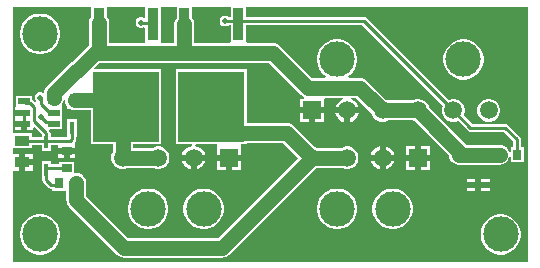
<source format=gtl>
G04*
G04 #@! TF.GenerationSoftware,Altium Limited,Altium Designer,21.9.2 (33)*
G04*
G04 Layer_Physical_Order=1*
G04 Layer_Color=255*
%FSLAX25Y25*%
%MOIN*%
G70*
G04*
G04 #@! TF.SameCoordinates,6F936C73-BDDA-4E7B-AE90-99827B4021A3*
G04*
G04*
G04 #@! TF.FilePolarity,Positive*
G04*
G01*
G75*
%ADD13R,0.21900X0.23500*%
%ADD14R,0.03700X0.10800*%
%ADD15R,0.03543X0.02756*%
%ADD16R,0.01578X0.04375*%
%ADD17R,0.02756X0.03543*%
%ADD18R,0.03962X0.02000*%
%ADD19R,0.04921X0.03369*%
%ADD20R,0.05700X0.02200*%
%ADD28C,0.05000*%
%ADD29C,0.01000*%
%ADD30C,0.11811*%
%ADD31C,0.05984*%
%ADD32R,0.05984X0.05984*%
%ADD33C,0.01968*%
G36*
X73350Y82326D02*
X72698D01*
X72511Y82513D01*
X71855Y82784D01*
X71145D01*
X70489Y82513D01*
X69987Y82011D01*
X69716Y81355D01*
Y80645D01*
X69987Y79989D01*
X70489Y79487D01*
X71145Y79216D01*
X71855D01*
X72511Y79487D01*
X72698Y79675D01*
X73350D01*
Y73905D01*
X72944Y73678D01*
X61329D01*
Y80105D01*
X61215Y80967D01*
X60883Y81769D01*
X60650Y82072D01*
Y85811D01*
X73350D01*
Y82326D01*
D02*
G37*
G36*
X44850Y82372D02*
X44769Y82287D01*
X44350Y82079D01*
X43855Y82284D01*
X43145D01*
X42489Y82013D01*
X41987Y81511D01*
X41716Y80855D01*
Y80145D01*
X41987Y79489D01*
X42489Y78987D01*
X43145Y78716D01*
X43855D01*
X44350Y78921D01*
X44769Y78713D01*
X44850Y78628D01*
Y73905D01*
X44444Y73678D01*
X32829D01*
Y80500D01*
X32715Y81362D01*
X32383Y82164D01*
X32150Y82467D01*
Y85811D01*
X44850D01*
Y82372D01*
D02*
G37*
G36*
X55350Y82072D02*
X55117Y81769D01*
X54785Y80967D01*
X54672Y80105D01*
Y73678D01*
X50556D01*
X50150Y73905D01*
Y85811D01*
X55350D01*
Y82072D01*
D02*
G37*
G36*
X26850Y82467D02*
X26618Y82164D01*
X26285Y81362D01*
X26171Y80500D01*
Y73113D01*
X20432Y67373D01*
X20183Y67270D01*
X19493Y66741D01*
X12146Y59394D01*
X11617Y58705D01*
X11480Y58372D01*
X11285Y57902D01*
X11224Y57441D01*
X10681Y57144D01*
X10343Y57284D01*
X9633D01*
X8978Y57013D01*
X8476Y56511D01*
X8204Y55855D01*
Y55145D01*
X8476Y54489D01*
X8651Y54313D01*
X8616Y54086D01*
X8083Y53911D01*
X7317Y54677D01*
X7299Y54690D01*
Y56040D01*
X1737D01*
Y52500D01*
X1537D01*
Y51500D01*
X4518D01*
Y49500D01*
X1537D01*
Y48500D01*
Y47760D01*
X4518D01*
Y46760D01*
X5518D01*
Y44760D01*
X7499D01*
Y45473D01*
X7961Y45665D01*
X10411Y43214D01*
Y42226D01*
X7198D01*
Y43637D01*
X803D01*
Y85811D01*
X26850D01*
Y82467D01*
D02*
G37*
G36*
X144176Y52769D02*
X144104Y52645D01*
X143846Y51680D01*
Y50682D01*
X144104Y49717D01*
X144603Y48853D01*
X145309Y48147D01*
X146174Y47647D01*
X147139Y47389D01*
X148137D01*
X149101Y47647D01*
X149225Y47719D01*
X152382Y44563D01*
X152812Y44275D01*
X153319Y44175D01*
X164451D01*
X167627Y40998D01*
Y39072D01*
X166775D01*
Y37299D01*
X166275Y37266D01*
X166262Y37361D01*
X165930Y38164D01*
X165401Y38854D01*
X165225Y38988D01*
Y39072D01*
X165117D01*
X164711Y39382D01*
X163909Y39715D01*
X163047Y39829D01*
X151879D01*
X151854Y39862D01*
X139467Y52248D01*
X139360Y52645D01*
X138861Y53509D01*
X138155Y54216D01*
X137291Y54715D01*
X136326Y54973D01*
X135327D01*
X134363Y54715D01*
X134008Y54510D01*
X125835D01*
X125479Y54715D01*
X125083Y54821D01*
X118767Y61137D01*
X118078Y61666D01*
X117745Y61804D01*
X117275Y61998D01*
X116413Y62112D01*
X112733D01*
X112581Y62612D01*
X113133Y62981D01*
X114067Y63914D01*
X114801Y65013D01*
X115306Y66233D01*
X115564Y67528D01*
Y68849D01*
X115306Y70145D01*
X114801Y71365D01*
X114067Y72464D01*
X113133Y73397D01*
X112035Y74131D01*
X110814Y74637D01*
X109519Y74894D01*
X108198D01*
X106902Y74637D01*
X105682Y74131D01*
X104584Y73397D01*
X103650Y72464D01*
X102916Y71365D01*
X102410Y70145D01*
X102153Y68849D01*
Y67528D01*
X102410Y66233D01*
X102916Y65013D01*
X103650Y63914D01*
X104584Y62981D01*
X105135Y62612D01*
X104984Y62112D01*
X100445D01*
X89854Y72704D01*
X89164Y73233D01*
X88832Y73370D01*
X88362Y73565D01*
X87500Y73678D01*
X79056D01*
X78650Y73905D01*
Y79675D01*
X117270D01*
X144176Y52769D01*
D02*
G37*
G36*
X172426Y803D02*
X803D01*
Y31163D01*
X2937D01*
Y33847D01*
Y36531D01*
X803D01*
Y38669D01*
X7198D01*
Y39575D01*
X10411D01*
Y37540D01*
X13589D01*
Y39660D01*
X15957D01*
Y38783D01*
X21500D01*
Y40161D01*
X21500Y40161D01*
X21456Y40661D01*
X21725Y41064D01*
X21825Y41571D01*
Y42485D01*
X22061D01*
Y48460D01*
X18883D01*
Y42485D01*
X18456Y42311D01*
X13589D01*
Y43515D01*
X13263D01*
Y43563D01*
X13162Y44070D01*
X12901Y44460D01*
X12957Y44699D01*
X13065Y44960D01*
X17161D01*
Y48200D01*
X17161Y48560D01*
X17161D01*
Y48700D01*
X17161D01*
Y52300D01*
X17161Y52300D01*
Y52440D01*
X17161D01*
X17161Y52800D01*
Y53547D01*
X17383Y53836D01*
X17684Y54563D01*
X18171Y54527D01*
X18285Y53666D01*
X18617Y52863D01*
X18883Y52517D01*
Y51540D01*
X20089D01*
X20639Y51313D01*
X21500Y51199D01*
X26750D01*
Y39905D01*
X34073D01*
Y37252D01*
X33868Y36897D01*
X33610Y35932D01*
Y34934D01*
X33868Y33969D01*
X34367Y33105D01*
X35073Y32399D01*
X35938Y31899D01*
X36902Y31641D01*
X37901D01*
X38865Y31899D01*
X39221Y32105D01*
X47394D01*
X47749Y31899D01*
X48713Y31641D01*
X49712D01*
X50676Y31899D01*
X51541Y32399D01*
X52247Y33105D01*
X52746Y33969D01*
X53005Y34934D01*
Y35932D01*
X52746Y36897D01*
X52247Y37762D01*
X51541Y38467D01*
X50676Y38967D01*
X49712Y39225D01*
X48713D01*
X47749Y38967D01*
X47394Y38761D01*
X40730D01*
Y39905D01*
X50250D01*
Y65005D01*
X28131D01*
X27940Y65467D01*
X29494Y67022D01*
X86121D01*
X96713Y56430D01*
X97402Y55901D01*
X97952Y55673D01*
X97852Y55173D01*
X96402D01*
Y52181D01*
X100394D01*
X104386D01*
Y54955D01*
X104386Y55173D01*
X104769Y55455D01*
X110799D01*
X110865Y54955D01*
X110664Y54901D01*
X109754Y54376D01*
X109010Y53632D01*
X108485Y52722D01*
X108340Y52181D01*
X112205D01*
X116070D01*
X115925Y52722D01*
X115399Y53632D01*
X114656Y54376D01*
X113746Y54901D01*
X113545Y54955D01*
X113611Y55455D01*
X115035D01*
X120376Y50114D01*
X120482Y49717D01*
X120981Y48853D01*
X121687Y48147D01*
X122552Y47647D01*
X123516Y47389D01*
X124515D01*
X125479Y47647D01*
X125835Y47853D01*
X134008D01*
X134363Y47647D01*
X134759Y47541D01*
X146228Y36073D01*
X146285Y35638D01*
X146617Y34836D01*
X147146Y34146D01*
X147836Y33617D01*
X148638Y33285D01*
X149500Y33171D01*
X163047D01*
X163909Y33285D01*
X164711Y33617D01*
X165117Y33928D01*
X165225D01*
Y34012D01*
X165401Y34146D01*
X165930Y34836D01*
X166262Y35638D01*
X166275Y35734D01*
X166775Y35701D01*
Y33928D01*
X171131D01*
Y39072D01*
X170278D01*
Y41547D01*
X170177Y42055D01*
X169890Y42485D01*
X165937Y46437D01*
X165507Y46725D01*
X165000Y46826D01*
X153868D01*
X151100Y49593D01*
X151172Y49717D01*
X151430Y50682D01*
Y51680D01*
X151172Y52645D01*
X150672Y53509D01*
X149966Y54216D01*
X149101Y54715D01*
X148137Y54973D01*
X147139D01*
X146174Y54715D01*
X146050Y54643D01*
X118756Y81937D01*
X118326Y82225D01*
X117819Y82326D01*
X78650D01*
Y85811D01*
X172426D01*
Y803D01*
D02*
G37*
%LPC*%
G36*
X10503Y83477D02*
X9182D01*
X7887Y83219D01*
X6666Y82714D01*
X5568Y81980D01*
X4634Y81046D01*
X3900Y79948D01*
X3395Y78728D01*
X3137Y77432D01*
Y76111D01*
X3395Y74816D01*
X3900Y73595D01*
X4634Y72497D01*
X5568Y71563D01*
X6666Y70829D01*
X7887Y70324D01*
X9182Y70066D01*
X10503D01*
X11798Y70324D01*
X13019Y70829D01*
X14117Y71563D01*
X15051Y72497D01*
X15785Y73595D01*
X16290Y74816D01*
X16548Y76111D01*
Y77432D01*
X16290Y78728D01*
X15785Y79948D01*
X15051Y81046D01*
X14117Y81980D01*
X13019Y82714D01*
X11798Y83219D01*
X10503Y83477D01*
D02*
G37*
G36*
X3518Y45760D02*
X1537D01*
Y44760D01*
X3518D01*
Y45760D01*
D02*
G37*
G36*
X151645Y74894D02*
X150324D01*
X149028Y74637D01*
X147808Y74131D01*
X146710Y73397D01*
X145776Y72464D01*
X145042Y71365D01*
X144536Y70145D01*
X144279Y68849D01*
Y67528D01*
X144536Y66233D01*
X145042Y65013D01*
X145776Y63914D01*
X146710Y62981D01*
X147808Y62247D01*
X149028Y61741D01*
X150324Y61484D01*
X151645D01*
X152940Y61741D01*
X154160Y62247D01*
X155259Y62981D01*
X156193Y63914D01*
X156927Y65013D01*
X157432Y66233D01*
X157690Y67528D01*
Y68849D01*
X157432Y70145D01*
X156927Y71365D01*
X156193Y72464D01*
X155259Y73397D01*
X154160Y74131D01*
X152940Y74637D01*
X151645Y74894D01*
D02*
G37*
G36*
X159948Y54973D02*
X158950D01*
X157985Y54715D01*
X157120Y54216D01*
X156414Y53509D01*
X155915Y52645D01*
X155657Y51680D01*
Y50682D01*
X155915Y49717D01*
X156414Y48853D01*
X157120Y48147D01*
X157985Y47647D01*
X158950Y47389D01*
X159948D01*
X160913Y47647D01*
X161777Y48147D01*
X162483Y48853D01*
X162982Y49717D01*
X163241Y50682D01*
Y51680D01*
X162982Y52645D01*
X162483Y53509D01*
X161777Y54216D01*
X160913Y54715D01*
X159948Y54973D01*
D02*
G37*
G36*
X116070Y50181D02*
X113205D01*
Y47316D01*
X113746Y47461D01*
X114656Y47987D01*
X115399Y48730D01*
X115925Y49640D01*
X116070Y50181D01*
D02*
G37*
G36*
X111205D02*
X108340D01*
X108485Y49640D01*
X109010Y48730D01*
X109754Y47987D01*
X110664Y47461D01*
X111205Y47316D01*
Y50181D01*
D02*
G37*
G36*
X104386D02*
X101394D01*
Y47189D01*
X104386D01*
Y50181D01*
D02*
G37*
G36*
X99394D02*
X96402D01*
Y47189D01*
X99394D01*
Y50181D01*
D02*
G37*
G36*
X139819Y39425D02*
X136827D01*
Y36433D01*
X139819D01*
Y39425D01*
D02*
G37*
G36*
X134827D02*
X131835D01*
Y36433D01*
X134827D01*
Y39425D01*
D02*
G37*
G36*
X125016Y39298D02*
Y36433D01*
X127881D01*
X127736Y36974D01*
X127210Y37884D01*
X126467Y38628D01*
X125557Y39153D01*
X125016Y39298D01*
D02*
G37*
G36*
X123016D02*
X122475Y39153D01*
X121564Y38628D01*
X120821Y37884D01*
X120296Y36974D01*
X120151Y36433D01*
X123016D01*
Y39298D01*
D02*
G37*
G36*
X21500Y36783D02*
X19728D01*
Y35405D01*
X21500D01*
Y36783D01*
D02*
G37*
G36*
X17728D02*
X15957D01*
Y35405D01*
X17728D01*
Y36783D01*
D02*
G37*
G36*
X7398Y36531D02*
X4937D01*
Y34847D01*
X7398D01*
Y36531D01*
D02*
G37*
G36*
X127881Y34433D02*
X125016D01*
Y31568D01*
X125557Y31713D01*
X126467Y32239D01*
X127210Y32982D01*
X127736Y33892D01*
X127881Y34433D01*
D02*
G37*
G36*
X123016D02*
X120151D01*
X120296Y33892D01*
X120821Y32982D01*
X121564Y32239D01*
X122475Y31713D01*
X123016Y31568D01*
Y34433D01*
D02*
G37*
G36*
X64889D02*
X62024D01*
Y31568D01*
X62564Y31713D01*
X63475Y32239D01*
X64218Y32982D01*
X64744Y33892D01*
X64889Y34433D01*
D02*
G37*
G36*
X60024D02*
X57159D01*
X57304Y33892D01*
X57829Y32982D01*
X58572Y32239D01*
X59483Y31713D01*
X60024Y31568D01*
Y34433D01*
D02*
G37*
G36*
X139819D02*
X136827D01*
Y31441D01*
X139819D01*
Y34433D01*
D02*
G37*
G36*
X134827D02*
X131835D01*
Y31441D01*
X134827D01*
Y34433D01*
D02*
G37*
G36*
X76827D02*
X73835D01*
Y31441D01*
X76827D01*
Y34433D01*
D02*
G37*
G36*
X71835D02*
X68843D01*
Y31441D01*
X71835D01*
Y34433D01*
D02*
G37*
G36*
X7398Y32847D02*
X4937D01*
Y31163D01*
X7398D01*
Y32847D01*
D02*
G37*
G36*
X159850Y28450D02*
X157000D01*
Y27350D01*
X159850D01*
Y28450D01*
D02*
G37*
G36*
X155000D02*
X152150D01*
Y27350D01*
X155000D01*
Y28450D01*
D02*
G37*
G36*
X159850Y25350D02*
X157000D01*
Y24250D01*
X159850D01*
Y25350D01*
D02*
G37*
G36*
X155000D02*
X152150D01*
Y24250D01*
X155000D01*
Y25350D01*
D02*
G37*
G36*
X128023Y25131D02*
X126702D01*
X125406Y24873D01*
X124186Y24367D01*
X123088Y23634D01*
X122154Y22700D01*
X121420Y21601D01*
X120914Y20381D01*
X120657Y19086D01*
Y17765D01*
X120914Y16469D01*
X121420Y15249D01*
X122154Y14151D01*
X123088Y13217D01*
X124186Y12483D01*
X125406Y11977D01*
X126702Y11720D01*
X128023D01*
X129318Y11977D01*
X130538Y12483D01*
X131637Y13217D01*
X132571Y14151D01*
X133305Y15249D01*
X133810Y16469D01*
X134068Y17765D01*
Y19086D01*
X133810Y20381D01*
X133305Y21601D01*
X132571Y22700D01*
X131637Y23634D01*
X130538Y24367D01*
X129318Y24873D01*
X128023Y25131D01*
D02*
G37*
G36*
X109519D02*
X108198D01*
X106902Y24873D01*
X105682Y24367D01*
X104584Y23634D01*
X103650Y22700D01*
X102916Y21601D01*
X102410Y20381D01*
X102153Y19086D01*
Y17765D01*
X102410Y16469D01*
X102916Y15249D01*
X103650Y14151D01*
X104584Y13217D01*
X105682Y12483D01*
X106902Y11977D01*
X108198Y11720D01*
X109519D01*
X110814Y11977D01*
X112034Y12483D01*
X113133Y13217D01*
X114067Y14151D01*
X114801Y15249D01*
X115306Y16469D01*
X115564Y17765D01*
Y19086D01*
X115306Y20381D01*
X114801Y21601D01*
X114067Y22700D01*
X113133Y23634D01*
X112034Y24367D01*
X110814Y24873D01*
X109519Y25131D01*
D02*
G37*
G36*
X65030D02*
X63710D01*
X62414Y24873D01*
X61194Y24367D01*
X60096Y23634D01*
X59162Y22700D01*
X58428Y21601D01*
X57922Y20381D01*
X57665Y19086D01*
Y17765D01*
X57922Y16469D01*
X58428Y15249D01*
X59162Y14151D01*
X60096Y13217D01*
X61194Y12483D01*
X62414Y11977D01*
X63710Y11720D01*
X65030D01*
X66326Y11977D01*
X67546Y12483D01*
X68645Y13217D01*
X69579Y14151D01*
X70312Y15249D01*
X70818Y16469D01*
X71076Y17765D01*
Y19086D01*
X70818Y20381D01*
X70312Y21601D01*
X69579Y22700D01*
X68645Y23634D01*
X67546Y24367D01*
X66326Y24873D01*
X65030Y25131D01*
D02*
G37*
G36*
X46527D02*
X45206D01*
X43910Y24873D01*
X42690Y24367D01*
X41592Y23634D01*
X40658Y22700D01*
X39924Y21601D01*
X39418Y20381D01*
X39161Y19086D01*
Y17765D01*
X39418Y16469D01*
X39924Y15249D01*
X40658Y14151D01*
X41592Y13217D01*
X42690Y12483D01*
X43910Y11977D01*
X45206Y11720D01*
X46527D01*
X47822Y11977D01*
X49042Y12483D01*
X50141Y13217D01*
X51075Y14151D01*
X51809Y15249D01*
X52314Y16469D01*
X52572Y17765D01*
Y19086D01*
X52314Y20381D01*
X51809Y21601D01*
X51075Y22700D01*
X50141Y23634D01*
X49042Y24367D01*
X47822Y24873D01*
X46527Y25131D01*
D02*
G37*
G36*
X78750Y65005D02*
X55250D01*
Y39905D01*
X60357D01*
X60423Y39405D01*
X59483Y39153D01*
X58572Y38628D01*
X57829Y37884D01*
X57304Y36974D01*
X57159Y36433D01*
X64889D01*
X64744Y36974D01*
X64218Y37884D01*
X63475Y38628D01*
X62564Y39153D01*
X61624Y39405D01*
X61690Y39905D01*
X68794D01*
X68843Y39425D01*
X68843Y39405D01*
Y36433D01*
X76827D01*
Y39405D01*
X76827Y39425D01*
X76875Y39905D01*
X78750D01*
Y40321D01*
X90798D01*
X95687Y35433D01*
X69082Y8828D01*
X39262D01*
X25281Y22809D01*
Y27000D01*
X25168Y27861D01*
X24835Y28664D01*
X24306Y29354D01*
X24131Y29488D01*
Y29572D01*
X24022D01*
X23617Y29883D01*
X22814Y30215D01*
X21953Y30329D01*
X21676Y30292D01*
X21300Y30622D01*
Y34056D01*
X16157D01*
Y33203D01*
X13589D01*
Y34460D01*
X10411D01*
Y28485D01*
X10674D01*
Y28000D01*
X10775Y27493D01*
X11063Y27063D01*
X12563Y25563D01*
X12993Y25275D01*
X13500Y25174D01*
X13869D01*
Y24428D01*
X18225D01*
X18624Y24185D01*
Y21430D01*
X18738Y20569D01*
X18933Y20099D01*
X19070Y19766D01*
X19599Y19077D01*
X35530Y3146D01*
X36219Y2617D01*
X37022Y2285D01*
X37883Y2172D01*
X70461D01*
X71322Y2285D01*
X71792Y2480D01*
X72125Y2617D01*
X72814Y3146D01*
X101461Y31793D01*
X101857Y31899D01*
X102213Y32105D01*
X110386D01*
X110741Y31899D01*
X111706Y31641D01*
X112704D01*
X113668Y31899D01*
X114533Y32399D01*
X115239Y33105D01*
X115738Y33969D01*
X115997Y34934D01*
Y35932D01*
X115738Y36897D01*
X115239Y37762D01*
X114533Y38467D01*
X113668Y38967D01*
X112704Y39225D01*
X111706D01*
X110741Y38967D01*
X110386Y38761D01*
X102213D01*
X101857Y38967D01*
X101461Y39073D01*
X94530Y46004D01*
X93841Y46532D01*
X93508Y46670D01*
X93038Y46865D01*
X92177Y46979D01*
X78750D01*
Y65005D01*
D02*
G37*
G36*
X164046Y16548D02*
X162725D01*
X161430Y16290D01*
X160210Y15785D01*
X159111Y15051D01*
X158177Y14117D01*
X157443Y13019D01*
X156938Y11798D01*
X156680Y10503D01*
Y9182D01*
X156938Y7887D01*
X157443Y6666D01*
X158177Y5568D01*
X159111Y4634D01*
X160210Y3900D01*
X161430Y3395D01*
X162725Y3137D01*
X164046D01*
X165342Y3395D01*
X166562Y3900D01*
X167660Y4634D01*
X168594Y5568D01*
X169328Y6666D01*
X169834Y7887D01*
X170091Y9182D01*
Y10503D01*
X169834Y11798D01*
X169328Y13019D01*
X168594Y14117D01*
X167660Y15051D01*
X166562Y15785D01*
X165342Y16290D01*
X164046Y16548D01*
D02*
G37*
G36*
X10503D02*
X9182D01*
X7887Y16290D01*
X6666Y15785D01*
X5568Y15051D01*
X4634Y14117D01*
X3900Y13019D01*
X3395Y11798D01*
X3137Y10503D01*
Y9182D01*
X3395Y7887D01*
X3900Y6666D01*
X4634Y5568D01*
X5568Y4634D01*
X6666Y3900D01*
X7887Y3395D01*
X9182Y3137D01*
X10503D01*
X11798Y3395D01*
X13019Y3900D01*
X14117Y4634D01*
X15051Y5568D01*
X15785Y6666D01*
X16290Y7887D01*
X16548Y9182D01*
Y10503D01*
X16290Y11798D01*
X15785Y13019D01*
X15051Y14117D01*
X14117Y15051D01*
X13019Y15785D01*
X11798Y16290D01*
X10503Y16548D01*
D02*
G37*
%LPD*%
D13*
X38500Y52455D02*
D03*
X67000D02*
D03*
D14*
X29500Y80105D02*
D03*
X47500D02*
D03*
X76000D02*
D03*
X58000D02*
D03*
D15*
X18728Y31878D02*
D03*
Y37783D02*
D03*
D16*
X12000Y40528D02*
D03*
Y31472D02*
D03*
X20472Y54528D02*
D03*
Y45472D02*
D03*
D17*
X21953Y27000D02*
D03*
X16047D02*
D03*
X163047Y36500D02*
D03*
X168953D02*
D03*
D18*
X4518Y54240D02*
D03*
Y50500D02*
D03*
Y46760D02*
D03*
X14380D02*
D03*
Y50500D02*
D03*
Y54240D02*
D03*
D19*
X3937Y41153D02*
D03*
Y33847D02*
D03*
D20*
X156000Y35650D02*
D03*
Y26350D02*
D03*
D28*
X21953Y21430D02*
X37883Y5500D01*
X21953Y21430D02*
Y27000D01*
X28823Y70350D02*
X58000D01*
Y80105D01*
Y70350D02*
X87500D01*
X149500Y36500D02*
X163047D01*
X149500D02*
Y37508D01*
X135827Y51181D02*
X149500Y37508D01*
X124016Y51181D02*
X135827D01*
X99067Y58784D02*
X116413D01*
X87500Y70350D02*
X99067Y58784D01*
X116413D02*
X124016Y51181D01*
X32000Y54528D02*
X37402Y49126D01*
Y35433D02*
Y49126D01*
X21500Y54528D02*
X32000D01*
X21847Y64387D02*
X22153D01*
X14500Y57040D02*
X21847Y64387D01*
X22153D02*
X29500Y71734D01*
X14500Y55500D02*
Y57040D01*
X37402Y35433D02*
X49213D01*
X92177Y43650D02*
X100394Y35433D01*
X75450Y43650D02*
X92177D01*
X70461Y5500D02*
X100394Y35433D01*
X37883Y5500D02*
X70461D01*
X100394Y35433D02*
X112205D01*
X67000Y52100D02*
Y52900D01*
Y52100D02*
X75450Y43650D01*
X29500Y72234D02*
Y80500D01*
D29*
X117819Y81000D02*
X147638Y51181D01*
X71500Y81000D02*
X117819D01*
X11813Y47260D02*
X14792D01*
X15135Y46917D01*
X10083Y48989D02*
X11813Y47260D01*
X10083Y48989D02*
X10083D01*
X7799Y47701D02*
Y52321D01*
X6380Y53740D02*
X7799Y52321D01*
Y47701D02*
X11937Y43563D01*
X165000Y45500D02*
X168953Y41547D01*
X147638Y51181D02*
X153319Y45500D01*
X165000D01*
X168953Y36500D02*
Y41547D01*
X10174Y53344D02*
X11778Y51740D01*
X10174Y53344D02*
Y55315D01*
X9988Y55500D02*
X10174Y55315D01*
X168953Y36500D02*
X168976Y36476D01*
X20500Y41571D02*
Y45637D01*
X19914Y40985D02*
X20500Y41571D01*
X12000Y40985D02*
X19914D01*
X5018Y53740D02*
X6380D01*
X4518Y54240D02*
X5018Y53740D01*
X11778Y51740D02*
X11778D01*
X12518Y51000D02*
X14647D01*
X11778Y51740D02*
X12518Y51000D01*
X4518Y46760D02*
Y50500D01*
X11937Y40964D02*
Y43563D01*
Y40964D02*
X12000Y40901D01*
Y31589D02*
X12289Y31878D01*
X18728D01*
X12000Y31472D02*
Y31589D01*
Y28000D02*
Y31472D01*
Y28000D02*
X13500Y26500D01*
X15547D02*
X16047Y27000D01*
X13500Y26500D02*
X15547D01*
X12000Y40528D02*
Y40901D01*
X3685D02*
X12000D01*
X3685D02*
X3937Y41153D01*
X43500Y80500D02*
X47500D01*
D30*
X150984Y68189D02*
D03*
X108858D02*
D03*
X64370Y18425D02*
D03*
X45866D02*
D03*
X163386Y9843D02*
D03*
X127362Y18425D02*
D03*
X108858D02*
D03*
X9843Y76772D02*
D03*
Y9843D02*
D03*
D31*
X159449Y51181D02*
D03*
X147638D02*
D03*
X135827D02*
D03*
X124016D02*
D03*
X112205D02*
D03*
X61024Y35433D02*
D03*
X49213D02*
D03*
X37402D02*
D03*
X124016D02*
D03*
X112205D02*
D03*
X100394D02*
D03*
D32*
X100394Y51181D02*
D03*
X72835Y35433D02*
D03*
X135827D02*
D03*
D33*
X10083Y49000D02*
D03*
X9988Y55500D02*
D03*
X71500Y81000D02*
D03*
X43500Y80500D02*
D03*
M02*

</source>
